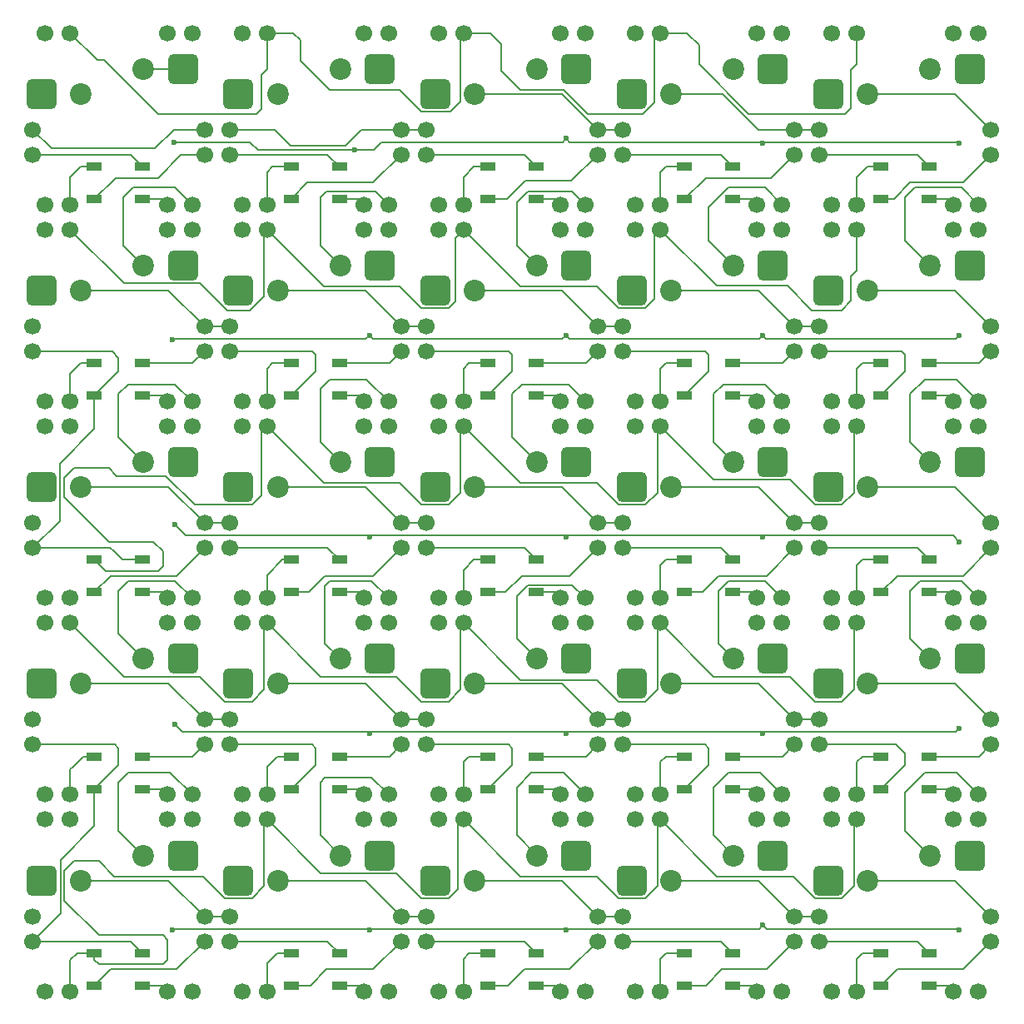
<source format=gbr>
%TF.GenerationSoftware,KiCad,Pcbnew,9.0.0*%
%TF.CreationDate,2025-05-01T22:13:03+08:00*%
%TF.ProjectId,kbd5x5,6b626435-7835-42e6-9b69-6361645f7063,rev?*%
%TF.SameCoordinates,Original*%
%TF.FileFunction,Copper,L1,Top*%
%TF.FilePolarity,Positive*%
%FSLAX46Y46*%
G04 Gerber Fmt 4.6, Leading zero omitted, Abs format (unit mm)*
G04 Created by KiCad (PCBNEW 9.0.0) date 2025-05-01 22:13:03*
%MOMM*%
%LPD*%
G01*
G04 APERTURE LIST*
G04 Aperture macros list*
%AMRoundRect*
0 Rectangle with rounded corners*
0 $1 Rounding radius*
0 $2 $3 $4 $5 $6 $7 $8 $9 X,Y pos of 4 corners*
0 Add a 4 corners polygon primitive as box body*
4,1,4,$2,$3,$4,$5,$6,$7,$8,$9,$2,$3,0*
0 Add four circle primitives for the rounded corners*
1,1,$1+$1,$2,$3*
1,1,$1+$1,$4,$5*
1,1,$1+$1,$6,$7*
1,1,$1+$1,$8,$9*
0 Add four rect primitives between the rounded corners*
20,1,$1+$1,$2,$3,$4,$5,0*
20,1,$1+$1,$4,$5,$6,$7,0*
20,1,$1+$1,$6,$7,$8,$9,0*
20,1,$1+$1,$8,$9,$2,$3,0*%
G04 Aperture macros list end*
%TA.AperFunction,ComponentPad*%
%ADD10C,1.700000*%
%TD*%
%TA.AperFunction,ComponentPad*%
%ADD11RoundRect,0.450000X-1.050000X-1.050000X1.050000X-1.050000X1.050000X1.050000X-1.050000X1.050000X0*%
%TD*%
%TA.AperFunction,ComponentPad*%
%ADD12C,2.200000*%
%TD*%
%TA.AperFunction,SMDPad,CuDef*%
%ADD13RoundRect,0.090000X-0.660000X-0.360000X0.660000X-0.360000X0.660000X0.360000X-0.660000X0.360000X0*%
%TD*%
%TA.AperFunction,ViaPad*%
%ADD14C,0.600000*%
%TD*%
%TA.AperFunction,Conductor*%
%ADD15C,0.200000*%
%TD*%
G04 APERTURE END LIST*
D10*
%TO.P,SW1,1,1*%
%TO.N,Net-(SW1-Pad1)*%
X31270000Y-41110000D03*
D11*
X32190000Y-37460000D03*
D12*
X36190000Y-37460000D03*
D10*
X48730000Y-41110000D03*
D12*
%TO.P,SW1,2,2*%
%TO.N,Net-(SW1-Pad2)*%
X42540000Y-34920000D03*
D11*
X46540000Y-34920000D03*
D10*
X47460000Y-31270000D03*
X47460000Y-48730000D03*
%TO.P,SW1,3,3*%
%TO.N,Net-(D1-DIN)*%
X31270000Y-43650000D03*
%TO.P,SW1,4,4*%
%TO.N,Net-(D1-DOUT)*%
X48730000Y-43650000D03*
%TO.P,SW1,5,5*%
%TO.N,VCC*%
X35080000Y-31270000D03*
X35080000Y-48730000D03*
%TO.P,SW1,6,6*%
%TO.N,GND*%
X44920000Y-31270000D03*
X44920000Y-48730000D03*
%TO.P,SW1,7*%
%TO.N,N/C*%
X32540000Y-31270000D03*
X32540000Y-48730000D03*
%TD*%
%TO.P,SW22,1,1*%
%TO.N,Net-(SW12-Pad1)*%
X111270000Y-61110000D03*
D11*
X112190000Y-57460000D03*
D12*
X116190000Y-57460000D03*
D10*
X128730000Y-61110000D03*
D12*
%TO.P,SW22,2,2*%
%TO.N,Net-(SW21-Pad2)*%
X122540000Y-54920000D03*
D11*
X126540000Y-54920000D03*
D10*
X127460000Y-51270000D03*
X127460000Y-68730000D03*
%TO.P,SW22,3,3*%
%TO.N,Net-(D17-DIN)*%
X111270000Y-63650000D03*
%TO.P,SW22,4,4*%
%TO.N,Net-(D21-DOUT)*%
X128730000Y-63650000D03*
%TO.P,SW22,5,5*%
%TO.N,VCC*%
X115080000Y-51270000D03*
X115080000Y-68730000D03*
%TO.P,SW22,6,6*%
%TO.N,GND*%
X124920000Y-51270000D03*
X124920000Y-68730000D03*
%TO.P,SW22,7*%
%TO.N,N/C*%
X112540000Y-51270000D03*
X112540000Y-68730000D03*
%TD*%
%TO.P,SW17,1,1*%
%TO.N,Net-(SW12-Pad1)*%
X91270000Y-61110000D03*
D11*
X92190000Y-57460000D03*
D12*
X96190000Y-57460000D03*
D10*
X108730000Y-61110000D03*
D12*
%TO.P,SW17,2,2*%
%TO.N,Net-(SW16-Pad2)*%
X102540000Y-54920000D03*
D11*
X106540000Y-54920000D03*
D10*
X107460000Y-51270000D03*
X107460000Y-68730000D03*
%TO.P,SW17,3,3*%
%TO.N,Net-(D12-DIN)*%
X91270000Y-63650000D03*
%TO.P,SW17,4,4*%
%TO.N,Net-(D17-DIN)*%
X108730000Y-63650000D03*
%TO.P,SW17,5,5*%
%TO.N,VCC*%
X95080000Y-51270000D03*
X95080000Y-68730000D03*
%TO.P,SW17,6,6*%
%TO.N,GND*%
X104920000Y-51270000D03*
X104920000Y-68730000D03*
%TO.P,SW17,7*%
%TO.N,N/C*%
X92540000Y-51270000D03*
X92540000Y-68730000D03*
%TD*%
%TO.P,SW18,1,1*%
%TO.N,Net-(SW13-Pad1)*%
X91270000Y-81110000D03*
D11*
X92190000Y-77460000D03*
D12*
X96190000Y-77460000D03*
D10*
X108730000Y-81110000D03*
D12*
%TO.P,SW18,2,2*%
%TO.N,Net-(SW16-Pad2)*%
X102540000Y-74920000D03*
D11*
X106540000Y-74920000D03*
D10*
X107460000Y-71270000D03*
X107460000Y-88730000D03*
%TO.P,SW18,3,3*%
%TO.N,Net-(D13-DOUT)*%
X91270000Y-83650000D03*
%TO.P,SW18,4,4*%
%TO.N,Net-(D18-DOUT)*%
X108730000Y-83650000D03*
%TO.P,SW18,5,5*%
%TO.N,VCC*%
X95080000Y-71270000D03*
X95080000Y-88730000D03*
%TO.P,SW18,6,6*%
%TO.N,GND*%
X104920000Y-71270000D03*
X104920000Y-88730000D03*
%TO.P,SW18,7*%
%TO.N,N/C*%
X92540000Y-71270000D03*
X92540000Y-88730000D03*
%TD*%
D13*
%TO.P,D10,1,VDD*%
%TO.N,VCC*%
X57550000Y-124850000D03*
%TO.P,D10,2,DOUT*%
%TO.N,Net-(D10-DOUT)*%
X57550000Y-128150000D03*
%TO.P,D10,3,VSS*%
%TO.N,GND*%
X62450000Y-128150000D03*
%TO.P,D10,4,DIN*%
%TO.N,Net-(D10-DIN)*%
X62450000Y-124850000D03*
%TD*%
%TO.P,D25,1,VDD*%
%TO.N,VCC*%
X117550000Y-124850000D03*
%TO.P,D25,2,DOUT*%
%TO.N,Net-(D25-DOUT)*%
X117550000Y-128150000D03*
%TO.P,D25,3,VSS*%
%TO.N,GND*%
X122450000Y-128150000D03*
%TO.P,D25,4,DIN*%
%TO.N,Net-(D20-DOUT)*%
X122450000Y-124850000D03*
%TD*%
%TO.P,D3,1,VDD*%
%TO.N,VCC*%
X37550000Y-84850000D03*
%TO.P,D3,2,DOUT*%
%TO.N,Net-(D3-DOUT)*%
X37550000Y-88150000D03*
%TO.P,D3,3,VSS*%
%TO.N,GND*%
X42450000Y-88150000D03*
%TO.P,D3,4,DIN*%
%TO.N,Net-(D2-DOUT)*%
X42450000Y-84850000D03*
%TD*%
D10*
%TO.P,SW16,1,1*%
%TO.N,Net-(SW1-Pad1)*%
X91270000Y-41110000D03*
D11*
X92190000Y-37460000D03*
D12*
X96190000Y-37460000D03*
D10*
X108730000Y-41110000D03*
D12*
%TO.P,SW16,2,2*%
%TO.N,Net-(SW16-Pad2)*%
X102540000Y-34920000D03*
D11*
X106540000Y-34920000D03*
D10*
X107460000Y-31270000D03*
X107460000Y-48730000D03*
%TO.P,SW16,3,3*%
%TO.N,Net-(D11-DOUT)*%
X91270000Y-43650000D03*
%TO.P,SW16,4,4*%
%TO.N,Net-(D16-DOUT)*%
X108730000Y-43650000D03*
%TO.P,SW16,5,5*%
%TO.N,VCC*%
X95080000Y-31270000D03*
X95080000Y-48730000D03*
%TO.P,SW16,6,6*%
%TO.N,GND*%
X104920000Y-31270000D03*
X104920000Y-48730000D03*
%TO.P,SW16,7*%
%TO.N,N/C*%
X92540000Y-31270000D03*
X92540000Y-48730000D03*
%TD*%
D13*
%TO.P,D20,1,VDD*%
%TO.N,VCC*%
X97550000Y-124850000D03*
%TO.P,D20,2,DOUT*%
%TO.N,Net-(D20-DOUT)*%
X97550000Y-128150000D03*
%TO.P,D20,3,VSS*%
%TO.N,GND*%
X102450000Y-128150000D03*
%TO.P,D20,4,DIN*%
%TO.N,Net-(D15-DOUT)*%
X102450000Y-124850000D03*
%TD*%
%TO.P,D11,1,VDD*%
%TO.N,VCC*%
X77550000Y-44850000D03*
%TO.P,D11,2,DOUT*%
%TO.N,Net-(D11-DOUT)*%
X77550000Y-48150000D03*
%TO.P,D11,3,VSS*%
%TO.N,GND*%
X82450000Y-48150000D03*
%TO.P,D11,4,DIN*%
%TO.N,Net-(D11-DIN)*%
X82450000Y-44850000D03*
%TD*%
D10*
%TO.P,SW25,1,1*%
%TO.N,Net-(SW10-Pad1)*%
X111270000Y-121110000D03*
D11*
X112190000Y-117460000D03*
D12*
X116190000Y-117460000D03*
D10*
X128730000Y-121110000D03*
D12*
%TO.P,SW25,2,2*%
%TO.N,Net-(SW21-Pad2)*%
X122540000Y-114920000D03*
D11*
X126540000Y-114920000D03*
D10*
X127460000Y-111270000D03*
X127460000Y-128730000D03*
%TO.P,SW25,3,3*%
%TO.N,Net-(D20-DOUT)*%
X111270000Y-123650000D03*
%TO.P,SW25,4,4*%
%TO.N,Net-(D25-DOUT)*%
X128730000Y-123650000D03*
%TO.P,SW25,5,5*%
%TO.N,VCC*%
X115080000Y-111270000D03*
X115080000Y-128730000D03*
%TO.P,SW25,6,6*%
%TO.N,GND*%
X124920000Y-111270000D03*
X124920000Y-128730000D03*
%TO.P,SW25,7*%
%TO.N,N/C*%
X112540000Y-111270000D03*
X112540000Y-128730000D03*
%TD*%
D13*
%TO.P,D6,1,VDD*%
%TO.N,VCC*%
X57550000Y-44850000D03*
%TO.P,D6,2,DOUT*%
%TO.N,Net-(D11-DIN)*%
X57550000Y-48150000D03*
%TO.P,D6,3,VSS*%
%TO.N,GND*%
X62450000Y-48150000D03*
%TO.P,D6,4,DIN*%
%TO.N,Net-(D1-DOUT)*%
X62450000Y-44850000D03*
%TD*%
%TO.P,D1,1,VDD*%
%TO.N,VCC*%
X37550000Y-44850000D03*
%TO.P,D1,2,DOUT*%
%TO.N,Net-(D1-DOUT)*%
X37550000Y-48150000D03*
%TO.P,D1,3,VSS*%
%TO.N,GND*%
X42450000Y-48150000D03*
%TO.P,D1,4,DIN*%
%TO.N,Net-(D1-DIN)*%
X42450000Y-44850000D03*
%TD*%
%TO.P,D18,1,VDD*%
%TO.N,VCC*%
X97550000Y-84850000D03*
%TO.P,D18,2,DOUT*%
%TO.N,Net-(D18-DOUT)*%
X97550000Y-88150000D03*
%TO.P,D18,3,VSS*%
%TO.N,GND*%
X102450000Y-88150000D03*
%TO.P,D18,4,DIN*%
%TO.N,Net-(D13-DOUT)*%
X102450000Y-84850000D03*
%TD*%
%TO.P,D19,1,VDD*%
%TO.N,VCC*%
X97550000Y-104850000D03*
%TO.P,D19,2,DOUT*%
%TO.N,Net-(D14-DIN)*%
X97550000Y-108150000D03*
%TO.P,D19,3,VSS*%
%TO.N,GND*%
X102450000Y-108150000D03*
%TO.P,D19,4,DIN*%
%TO.N,Net-(D19-DIN)*%
X102450000Y-104850000D03*
%TD*%
%TO.P,D4,1,VDD*%
%TO.N,VCC*%
X37550000Y-104850000D03*
%TO.P,D4,2,DOUT*%
%TO.N,Net-(D4-DOUT)*%
X37550000Y-108150000D03*
%TO.P,D4,3,VSS*%
%TO.N,GND*%
X42450000Y-108150000D03*
%TO.P,D4,4,DIN*%
%TO.N,Net-(D4-DIN)*%
X42450000Y-104850000D03*
%TD*%
%TO.P,D8,1,VDD*%
%TO.N,VCC*%
X57550000Y-84850000D03*
%TO.P,D8,2,DOUT*%
%TO.N,Net-(D13-DIN)*%
X57550000Y-88150000D03*
%TO.P,D8,3,VSS*%
%TO.N,GND*%
X62450000Y-88150000D03*
%TO.P,D8,4,DIN*%
%TO.N,Net-(D3-DOUT)*%
X62450000Y-84850000D03*
%TD*%
%TO.P,D7,1,VDD*%
%TO.N,VCC*%
X57550000Y-64850000D03*
%TO.P,D7,2,DOUT*%
%TO.N,Net-(D2-DIN)*%
X57550000Y-68150000D03*
%TO.P,D7,3,VSS*%
%TO.N,GND*%
X62450000Y-68150000D03*
%TO.P,D7,4,DIN*%
%TO.N,Net-(D12-DOUT)*%
X62450000Y-64850000D03*
%TD*%
%TO.P,D5,1,VDD*%
%TO.N,VCC*%
X37550000Y-124850000D03*
%TO.P,D5,2,DOUT*%
%TO.N,Net-(D10-DIN)*%
X37550000Y-128150000D03*
%TO.P,D5,3,VSS*%
%TO.N,GND*%
X42450000Y-128150000D03*
%TO.P,D5,4,DIN*%
%TO.N,Net-(D4-DOUT)*%
X42450000Y-124850000D03*
%TD*%
%TO.P,D14,1,VDD*%
%TO.N,VCC*%
X77550000Y-104850000D03*
%TO.P,D14,2,DOUT*%
%TO.N,Net-(D14-DOUT)*%
X77550000Y-108150000D03*
%TO.P,D14,3,VSS*%
%TO.N,GND*%
X82450000Y-108150000D03*
%TO.P,D14,4,DIN*%
%TO.N,Net-(D14-DIN)*%
X82450000Y-104850000D03*
%TD*%
D10*
%TO.P,SW4,1,1*%
%TO.N,Net-(SW14-Pad1)*%
X31270000Y-101110000D03*
D11*
X32190000Y-97460000D03*
D12*
X36190000Y-97460000D03*
D10*
X48730000Y-101110000D03*
D12*
%TO.P,SW4,2,2*%
%TO.N,Net-(SW1-Pad2)*%
X42540000Y-94920000D03*
D11*
X46540000Y-94920000D03*
D10*
X47460000Y-91270000D03*
X47460000Y-108730000D03*
%TO.P,SW4,3,3*%
%TO.N,Net-(D4-DOUT)*%
X31270000Y-103650000D03*
%TO.P,SW4,4,4*%
%TO.N,Net-(D4-DIN)*%
X48730000Y-103650000D03*
%TO.P,SW4,5,5*%
%TO.N,VCC*%
X35080000Y-91270000D03*
X35080000Y-108730000D03*
%TO.P,SW4,6,6*%
%TO.N,GND*%
X44920000Y-91270000D03*
X44920000Y-108730000D03*
%TO.P,SW4,7*%
%TO.N,N/C*%
X32540000Y-91270000D03*
X32540000Y-108730000D03*
%TD*%
%TO.P,SW23,1,1*%
%TO.N,Net-(SW13-Pad1)*%
X111270000Y-81110000D03*
D11*
X112190000Y-77460000D03*
D12*
X116190000Y-77460000D03*
D10*
X128730000Y-81110000D03*
D12*
%TO.P,SW23,2,2*%
%TO.N,Net-(SW21-Pad2)*%
X122540000Y-74920000D03*
D11*
X126540000Y-74920000D03*
D10*
X127460000Y-71270000D03*
X127460000Y-88730000D03*
%TO.P,SW23,3,3*%
%TO.N,Net-(D18-DOUT)*%
X111270000Y-83650000D03*
%TO.P,SW23,4,4*%
%TO.N,Net-(D23-DOUT)*%
X128730000Y-83650000D03*
%TO.P,SW23,5,5*%
%TO.N,VCC*%
X115080000Y-71270000D03*
X115080000Y-88730000D03*
%TO.P,SW23,6,6*%
%TO.N,GND*%
X124920000Y-71270000D03*
X124920000Y-88730000D03*
%TO.P,SW23,7*%
%TO.N,N/C*%
X112540000Y-71270000D03*
X112540000Y-88730000D03*
%TD*%
%TO.P,SW12,1,1*%
%TO.N,Net-(SW12-Pad1)*%
X71270000Y-61110000D03*
D11*
X72190000Y-57460000D03*
D12*
X76190000Y-57460000D03*
D10*
X88730000Y-61110000D03*
D12*
%TO.P,SW12,2,2*%
%TO.N,Net-(SW11-Pad2)*%
X82540000Y-54920000D03*
D11*
X86540000Y-54920000D03*
D10*
X87460000Y-51270000D03*
X87460000Y-68730000D03*
%TO.P,SW12,3,3*%
%TO.N,Net-(D12-DOUT)*%
X71270000Y-63650000D03*
%TO.P,SW12,4,4*%
%TO.N,Net-(D12-DIN)*%
X88730000Y-63650000D03*
%TO.P,SW12,5,5*%
%TO.N,VCC*%
X75080000Y-51270000D03*
X75080000Y-68730000D03*
%TO.P,SW12,6,6*%
%TO.N,GND*%
X84920000Y-51270000D03*
X84920000Y-68730000D03*
%TO.P,SW12,7*%
%TO.N,N/C*%
X72540000Y-51270000D03*
X72540000Y-68730000D03*
%TD*%
D13*
%TO.P,D9,1,VDD*%
%TO.N,VCC*%
X57550000Y-104850000D03*
%TO.P,D9,2,DOUT*%
%TO.N,Net-(D4-DIN)*%
X57550000Y-108150000D03*
%TO.P,D9,3,VSS*%
%TO.N,GND*%
X62450000Y-108150000D03*
%TO.P,D9,4,DIN*%
%TO.N,Net-(D14-DOUT)*%
X62450000Y-104850000D03*
%TD*%
%TO.P,D15,1,VDD*%
%TO.N,VCC*%
X77550000Y-124850000D03*
%TO.P,D15,2,DOUT*%
%TO.N,Net-(D15-DOUT)*%
X77550000Y-128150000D03*
%TO.P,D15,3,VSS*%
%TO.N,GND*%
X82450000Y-128150000D03*
%TO.P,D15,4,DIN*%
%TO.N,Net-(D10-DOUT)*%
X82450000Y-124850000D03*
%TD*%
%TO.P,D12,1,VDD*%
%TO.N,VCC*%
X77550000Y-64850000D03*
%TO.P,D12,2,DOUT*%
%TO.N,Net-(D12-DOUT)*%
X77550000Y-68150000D03*
%TO.P,D12,3,VSS*%
%TO.N,GND*%
X82450000Y-68150000D03*
%TO.P,D12,4,DIN*%
%TO.N,Net-(D12-DIN)*%
X82450000Y-64850000D03*
%TD*%
%TO.P,D13,1,VDD*%
%TO.N,VCC*%
X77550000Y-84850000D03*
%TO.P,D13,2,DOUT*%
%TO.N,Net-(D13-DOUT)*%
X77550000Y-88150000D03*
%TO.P,D13,3,VSS*%
%TO.N,GND*%
X82450000Y-88150000D03*
%TO.P,D13,4,DIN*%
%TO.N,Net-(D13-DIN)*%
X82450000Y-84850000D03*
%TD*%
%TO.P,D17,1,VDD*%
%TO.N,VCC*%
X97550000Y-64850000D03*
%TO.P,D17,2,DOUT*%
%TO.N,Net-(D12-DIN)*%
X97550000Y-68150000D03*
%TO.P,D17,3,VSS*%
%TO.N,GND*%
X102450000Y-68150000D03*
%TO.P,D17,4,DIN*%
%TO.N,Net-(D17-DIN)*%
X102450000Y-64850000D03*
%TD*%
%TO.P,D21,1,VDD*%
%TO.N,VCC*%
X117550000Y-44850000D03*
%TO.P,D21,2,DOUT*%
%TO.N,Net-(D21-DOUT)*%
X117550000Y-48150000D03*
%TO.P,D21,3,VSS*%
%TO.N,GND*%
X122450000Y-48150000D03*
%TO.P,D21,4,DIN*%
%TO.N,Net-(D16-DOUT)*%
X122450000Y-44850000D03*
%TD*%
D10*
%TO.P,SW5,1,1*%
%TO.N,Net-(SW10-Pad1)*%
X31270000Y-121110000D03*
D11*
X32190000Y-117460000D03*
D12*
X36190000Y-117460000D03*
D10*
X48730000Y-121110000D03*
D12*
%TO.P,SW5,2,2*%
%TO.N,Net-(SW1-Pad2)*%
X42540000Y-114920000D03*
D11*
X46540000Y-114920000D03*
D10*
X47460000Y-111270000D03*
X47460000Y-128730000D03*
%TO.P,SW5,3,3*%
%TO.N,Net-(D4-DOUT)*%
X31270000Y-123650000D03*
%TO.P,SW5,4,4*%
%TO.N,Net-(D10-DIN)*%
X48730000Y-123650000D03*
%TO.P,SW5,5,5*%
%TO.N,VCC*%
X35080000Y-111270000D03*
X35080000Y-128730000D03*
%TO.P,SW5,6,6*%
%TO.N,GND*%
X44920000Y-111270000D03*
X44920000Y-128730000D03*
%TO.P,SW5,7*%
%TO.N,N/C*%
X32540000Y-111270000D03*
X32540000Y-128730000D03*
%TD*%
%TO.P,SW10,1,1*%
%TO.N,Net-(SW10-Pad1)*%
X51270000Y-121110000D03*
D11*
X52190000Y-117460000D03*
D12*
X56190000Y-117460000D03*
D10*
X68730000Y-121110000D03*
D12*
%TO.P,SW10,2,2*%
%TO.N,Net-(SW10-Pad2)*%
X62540000Y-114920000D03*
D11*
X66540000Y-114920000D03*
D10*
X67460000Y-111270000D03*
X67460000Y-128730000D03*
%TO.P,SW10,3,3*%
%TO.N,Net-(D10-DIN)*%
X51270000Y-123650000D03*
%TO.P,SW10,4,4*%
%TO.N,Net-(D10-DOUT)*%
X68730000Y-123650000D03*
%TO.P,SW10,5,5*%
%TO.N,VCC*%
X55080000Y-111270000D03*
X55080000Y-128730000D03*
%TO.P,SW10,6,6*%
%TO.N,GND*%
X64920000Y-111270000D03*
X64920000Y-128730000D03*
%TO.P,SW10,7*%
%TO.N,N/C*%
X52540000Y-111270000D03*
X52540000Y-128730000D03*
%TD*%
%TO.P,SW15,1,1*%
%TO.N,Net-(SW10-Pad1)*%
X71270000Y-121110000D03*
D11*
X72190000Y-117460000D03*
D12*
X76190000Y-117460000D03*
D10*
X88730000Y-121110000D03*
D12*
%TO.P,SW15,2,2*%
%TO.N,Net-(SW11-Pad2)*%
X82540000Y-114920000D03*
D11*
X86540000Y-114920000D03*
D10*
X87460000Y-111270000D03*
X87460000Y-128730000D03*
%TO.P,SW15,3,3*%
%TO.N,Net-(D10-DOUT)*%
X71270000Y-123650000D03*
%TO.P,SW15,4,4*%
%TO.N,Net-(D15-DOUT)*%
X88730000Y-123650000D03*
%TO.P,SW15,5,5*%
%TO.N,VCC*%
X75080000Y-111270000D03*
X75080000Y-128730000D03*
%TO.P,SW15,6,6*%
%TO.N,GND*%
X84920000Y-111270000D03*
X84920000Y-128730000D03*
%TO.P,SW15,7*%
%TO.N,N/C*%
X72540000Y-111270000D03*
X72540000Y-128730000D03*
%TD*%
D13*
%TO.P,D24,1,VDD*%
%TO.N,VCC*%
X117550000Y-104850000D03*
%TO.P,D24,2,DOUT*%
%TO.N,Net-(D19-DIN)*%
X117550000Y-108150000D03*
%TO.P,D24,3,VSS*%
%TO.N,GND*%
X122450000Y-108150000D03*
%TO.P,D24,4,DIN*%
%TO.N,Net-(D23-DOUT)*%
X122450000Y-104850000D03*
%TD*%
%TO.P,D22,1,VDD*%
%TO.N,VCC*%
X117550000Y-64850000D03*
%TO.P,D22,2,DOUT*%
%TO.N,Net-(D17-DIN)*%
X117550000Y-68150000D03*
%TO.P,D22,3,VSS*%
%TO.N,GND*%
X122450000Y-68150000D03*
%TO.P,D22,4,DIN*%
%TO.N,Net-(D21-DOUT)*%
X122450000Y-64850000D03*
%TD*%
D10*
%TO.P,SW7,1,1*%
%TO.N,Net-(SW12-Pad1)*%
X51270000Y-61110000D03*
D11*
X52190000Y-57460000D03*
D12*
X56190000Y-57460000D03*
D10*
X68730000Y-61110000D03*
D12*
%TO.P,SW7,2,2*%
%TO.N,Net-(SW10-Pad2)*%
X62540000Y-54920000D03*
D11*
X66540000Y-54920000D03*
D10*
X67460000Y-51270000D03*
X67460000Y-68730000D03*
%TO.P,SW7,3,3*%
%TO.N,Net-(D2-DIN)*%
X51270000Y-63650000D03*
%TO.P,SW7,4,4*%
%TO.N,Net-(D12-DOUT)*%
X68730000Y-63650000D03*
%TO.P,SW7,5,5*%
%TO.N,VCC*%
X55080000Y-51270000D03*
X55080000Y-68730000D03*
%TO.P,SW7,6,6*%
%TO.N,GND*%
X64920000Y-51270000D03*
X64920000Y-68730000D03*
%TO.P,SW7,7*%
%TO.N,N/C*%
X52540000Y-51270000D03*
X52540000Y-68730000D03*
%TD*%
%TO.P,SW3,1,1*%
%TO.N,Net-(SW13-Pad1)*%
X31270000Y-81110000D03*
D11*
X32190000Y-77460000D03*
D12*
X36190000Y-77460000D03*
D10*
X48730000Y-81110000D03*
D12*
%TO.P,SW3,2,2*%
%TO.N,Net-(SW1-Pad2)*%
X42540000Y-74920000D03*
D11*
X46540000Y-74920000D03*
D10*
X47460000Y-71270000D03*
X47460000Y-88730000D03*
%TO.P,SW3,3,3*%
%TO.N,Net-(D2-DOUT)*%
X31270000Y-83650000D03*
%TO.P,SW3,4,4*%
%TO.N,Net-(D3-DOUT)*%
X48730000Y-83650000D03*
%TO.P,SW3,5,5*%
%TO.N,VCC*%
X35080000Y-71270000D03*
X35080000Y-88730000D03*
%TO.P,SW3,6,6*%
%TO.N,GND*%
X44920000Y-71270000D03*
X44920000Y-88730000D03*
%TO.P,SW3,7*%
%TO.N,N/C*%
X32540000Y-71270000D03*
X32540000Y-88730000D03*
%TD*%
D13*
%TO.P,D16,1,VDD*%
%TO.N,VCC*%
X97550000Y-44850000D03*
%TO.P,D16,2,DOUT*%
%TO.N,Net-(D16-DOUT)*%
X97550000Y-48150000D03*
%TO.P,D16,3,VSS*%
%TO.N,GND*%
X102450000Y-48150000D03*
%TO.P,D16,4,DIN*%
%TO.N,Net-(D11-DOUT)*%
X102450000Y-44850000D03*
%TD*%
%TO.P,D2,1,VDD*%
%TO.N,VCC*%
X37550000Y-64850000D03*
%TO.P,D2,2,DOUT*%
%TO.N,Net-(D2-DOUT)*%
X37550000Y-68150000D03*
%TO.P,D2,3,VSS*%
%TO.N,GND*%
X42450000Y-68150000D03*
%TO.P,D2,4,DIN*%
%TO.N,Net-(D2-DIN)*%
X42450000Y-64850000D03*
%TD*%
%TO.P,D23,1,VDD*%
%TO.N,VCC*%
X117550000Y-84850000D03*
%TO.P,D23,2,DOUT*%
%TO.N,Net-(D23-DOUT)*%
X117550000Y-88150000D03*
%TO.P,D23,3,VSS*%
%TO.N,GND*%
X122450000Y-88150000D03*
%TO.P,D23,4,DIN*%
%TO.N,Net-(D18-DOUT)*%
X122450000Y-84850000D03*
%TD*%
D10*
%TO.P,SW11,1,1*%
%TO.N,Net-(SW1-Pad1)*%
X71270000Y-41110000D03*
D11*
X72190000Y-37460000D03*
D12*
X76190000Y-37460000D03*
D10*
X88730000Y-41110000D03*
D12*
%TO.P,SW11,2,2*%
%TO.N,Net-(SW11-Pad2)*%
X82540000Y-34920000D03*
D11*
X86540000Y-34920000D03*
D10*
X87460000Y-31270000D03*
X87460000Y-48730000D03*
%TO.P,SW11,3,3*%
%TO.N,Net-(D11-DIN)*%
X71270000Y-43650000D03*
%TO.P,SW11,4,4*%
%TO.N,Net-(D11-DOUT)*%
X88730000Y-43650000D03*
%TO.P,SW11,5,5*%
%TO.N,VCC*%
X75080000Y-31270000D03*
X75080000Y-48730000D03*
%TO.P,SW11,6,6*%
%TO.N,GND*%
X84920000Y-31270000D03*
X84920000Y-48730000D03*
%TO.P,SW11,7*%
%TO.N,N/C*%
X72540000Y-31270000D03*
X72540000Y-48730000D03*
%TD*%
%TO.P,SW20,1,1*%
%TO.N,Net-(SW10-Pad1)*%
X91270000Y-121110000D03*
D11*
X92190000Y-117460000D03*
D12*
X96190000Y-117460000D03*
D10*
X108730000Y-121110000D03*
D12*
%TO.P,SW20,2,2*%
%TO.N,Net-(SW16-Pad2)*%
X102540000Y-114920000D03*
D11*
X106540000Y-114920000D03*
D10*
X107460000Y-111270000D03*
X107460000Y-128730000D03*
%TO.P,SW20,3,3*%
%TO.N,Net-(D15-DOUT)*%
X91270000Y-123650000D03*
%TO.P,SW20,4,4*%
%TO.N,Net-(D20-DOUT)*%
X108730000Y-123650000D03*
%TO.P,SW20,5,5*%
%TO.N,VCC*%
X95080000Y-111270000D03*
X95080000Y-128730000D03*
%TO.P,SW20,6,6*%
%TO.N,GND*%
X104920000Y-111270000D03*
X104920000Y-128730000D03*
%TO.P,SW20,7*%
%TO.N,N/C*%
X92540000Y-111270000D03*
X92540000Y-128730000D03*
%TD*%
%TO.P,SW21,1,1*%
%TO.N,Net-(SW1-Pad1)*%
X111270000Y-41110000D03*
D11*
X112190000Y-37460000D03*
D12*
X116190000Y-37460000D03*
D10*
X128730000Y-41110000D03*
D12*
%TO.P,SW21,2,2*%
%TO.N,Net-(SW21-Pad2)*%
X122540000Y-34920000D03*
D11*
X126540000Y-34920000D03*
D10*
X127460000Y-31270000D03*
X127460000Y-48730000D03*
%TO.P,SW21,3,3*%
%TO.N,Net-(D16-DOUT)*%
X111270000Y-43650000D03*
%TO.P,SW21,4,4*%
%TO.N,Net-(D21-DOUT)*%
X128730000Y-43650000D03*
%TO.P,SW21,5,5*%
%TO.N,VCC*%
X115080000Y-31270000D03*
X115080000Y-48730000D03*
%TO.P,SW21,6,6*%
%TO.N,GND*%
X124920000Y-31270000D03*
X124920000Y-48730000D03*
%TO.P,SW21,7*%
%TO.N,N/C*%
X112540000Y-31270000D03*
X112540000Y-48730000D03*
%TD*%
%TO.P,SW2,1,1*%
%TO.N,Net-(SW12-Pad1)*%
X31270000Y-61110000D03*
D11*
X32190000Y-57460000D03*
D12*
X36190000Y-57460000D03*
D10*
X48730000Y-61110000D03*
D12*
%TO.P,SW2,2,2*%
%TO.N,Net-(SW1-Pad2)*%
X42540000Y-54920000D03*
D11*
X46540000Y-54920000D03*
D10*
X47460000Y-51270000D03*
X47460000Y-68730000D03*
%TO.P,SW2,3,3*%
%TO.N,Net-(D2-DOUT)*%
X31270000Y-63650000D03*
%TO.P,SW2,4,4*%
%TO.N,Net-(D2-DIN)*%
X48730000Y-63650000D03*
%TO.P,SW2,5,5*%
%TO.N,VCC*%
X35080000Y-51270000D03*
X35080000Y-68730000D03*
%TO.P,SW2,6,6*%
%TO.N,GND*%
X44920000Y-51270000D03*
X44920000Y-68730000D03*
%TO.P,SW2,7*%
%TO.N,N/C*%
X32540000Y-51270000D03*
X32540000Y-68730000D03*
%TD*%
%TO.P,SW6,1,1*%
%TO.N,Net-(SW1-Pad1)*%
X51270000Y-41110000D03*
D11*
X52190000Y-37460000D03*
D12*
X56190000Y-37460000D03*
D10*
X68730000Y-41110000D03*
D12*
%TO.P,SW6,2,2*%
%TO.N,Net-(SW10-Pad2)*%
X62540000Y-34920000D03*
D11*
X66540000Y-34920000D03*
D10*
X67460000Y-31270000D03*
X67460000Y-48730000D03*
%TO.P,SW6,3,3*%
%TO.N,Net-(D1-DOUT)*%
X51270000Y-43650000D03*
%TO.P,SW6,4,4*%
%TO.N,Net-(D11-DIN)*%
X68730000Y-43650000D03*
%TO.P,SW6,5,5*%
%TO.N,VCC*%
X55080000Y-31270000D03*
X55080000Y-48730000D03*
%TO.P,SW6,6,6*%
%TO.N,GND*%
X64920000Y-31270000D03*
X64920000Y-48730000D03*
%TO.P,SW6,7*%
%TO.N,N/C*%
X52540000Y-31270000D03*
X52540000Y-48730000D03*
%TD*%
%TO.P,SW9,1,1*%
%TO.N,Net-(SW14-Pad1)*%
X51270000Y-101110000D03*
D11*
X52190000Y-97460000D03*
D12*
X56190000Y-97460000D03*
D10*
X68730000Y-101110000D03*
D12*
%TO.P,SW9,2,2*%
%TO.N,Net-(SW10-Pad2)*%
X62540000Y-94920000D03*
D11*
X66540000Y-94920000D03*
D10*
X67460000Y-91270000D03*
X67460000Y-108730000D03*
%TO.P,SW9,3,3*%
%TO.N,Net-(D4-DIN)*%
X51270000Y-103650000D03*
%TO.P,SW9,4,4*%
%TO.N,Net-(D14-DOUT)*%
X68730000Y-103650000D03*
%TO.P,SW9,5,5*%
%TO.N,VCC*%
X55080000Y-91270000D03*
X55080000Y-108730000D03*
%TO.P,SW9,6,6*%
%TO.N,GND*%
X64920000Y-91270000D03*
X64920000Y-108730000D03*
%TO.P,SW9,7*%
%TO.N,N/C*%
X52540000Y-91270000D03*
X52540000Y-108730000D03*
%TD*%
%TO.P,SW13,1,1*%
%TO.N,Net-(SW13-Pad1)*%
X71270000Y-81110000D03*
D11*
X72190000Y-77460000D03*
D12*
X76190000Y-77460000D03*
D10*
X88730000Y-81110000D03*
D12*
%TO.P,SW13,2,2*%
%TO.N,Net-(SW11-Pad2)*%
X82540000Y-74920000D03*
D11*
X86540000Y-74920000D03*
D10*
X87460000Y-71270000D03*
X87460000Y-88730000D03*
%TO.P,SW13,3,3*%
%TO.N,Net-(D13-DIN)*%
X71270000Y-83650000D03*
%TO.P,SW13,4,4*%
%TO.N,Net-(D13-DOUT)*%
X88730000Y-83650000D03*
%TO.P,SW13,5,5*%
%TO.N,VCC*%
X75080000Y-71270000D03*
X75080000Y-88730000D03*
%TO.P,SW13,6,6*%
%TO.N,GND*%
X84920000Y-71270000D03*
X84920000Y-88730000D03*
%TO.P,SW13,7*%
%TO.N,N/C*%
X72540000Y-71270000D03*
X72540000Y-88730000D03*
%TD*%
%TO.P,SW14,1,1*%
%TO.N,Net-(SW14-Pad1)*%
X71270000Y-101110000D03*
D11*
X72190000Y-97460000D03*
D12*
X76190000Y-97460000D03*
D10*
X88730000Y-101110000D03*
D12*
%TO.P,SW14,2,2*%
%TO.N,Net-(SW11-Pad2)*%
X82540000Y-94920000D03*
D11*
X86540000Y-94920000D03*
D10*
X87460000Y-91270000D03*
X87460000Y-108730000D03*
%TO.P,SW14,3,3*%
%TO.N,Net-(D14-DOUT)*%
X71270000Y-103650000D03*
%TO.P,SW14,4,4*%
%TO.N,Net-(D14-DIN)*%
X88730000Y-103650000D03*
%TO.P,SW14,5,5*%
%TO.N,VCC*%
X75080000Y-91270000D03*
X75080000Y-108730000D03*
%TO.P,SW14,6,6*%
%TO.N,GND*%
X84920000Y-91270000D03*
X84920000Y-108730000D03*
%TO.P,SW14,7*%
%TO.N,N/C*%
X72540000Y-91270000D03*
X72540000Y-108730000D03*
%TD*%
%TO.P,SW19,1,1*%
%TO.N,Net-(SW14-Pad1)*%
X91270000Y-101110000D03*
D11*
X92190000Y-97460000D03*
D12*
X96190000Y-97460000D03*
D10*
X108730000Y-101110000D03*
D12*
%TO.P,SW19,2,2*%
%TO.N,Net-(SW16-Pad2)*%
X102540000Y-94920000D03*
D11*
X106540000Y-94920000D03*
D10*
X107460000Y-91270000D03*
X107460000Y-108730000D03*
%TO.P,SW19,3,3*%
%TO.N,Net-(D14-DIN)*%
X91270000Y-103650000D03*
%TO.P,SW19,4,4*%
%TO.N,Net-(D19-DIN)*%
X108730000Y-103650000D03*
%TO.P,SW19,5,5*%
%TO.N,VCC*%
X95080000Y-91270000D03*
X95080000Y-108730000D03*
%TO.P,SW19,6,6*%
%TO.N,GND*%
X104920000Y-91270000D03*
X104920000Y-108730000D03*
%TO.P,SW19,7*%
%TO.N,N/C*%
X92540000Y-91270000D03*
X92540000Y-108730000D03*
%TD*%
%TO.P,SW24,1,1*%
%TO.N,Net-(SW14-Pad1)*%
X111270000Y-101110000D03*
D11*
X112190000Y-97460000D03*
D12*
X116190000Y-97460000D03*
D10*
X128730000Y-101110000D03*
D12*
%TO.P,SW24,2,2*%
%TO.N,Net-(SW21-Pad2)*%
X122540000Y-94920000D03*
D11*
X126540000Y-94920000D03*
D10*
X127460000Y-91270000D03*
X127460000Y-108730000D03*
%TO.P,SW24,3,3*%
%TO.N,Net-(D19-DIN)*%
X111270000Y-103650000D03*
%TO.P,SW24,4,4*%
%TO.N,Net-(D23-DOUT)*%
X128730000Y-103650000D03*
%TO.P,SW24,5,5*%
%TO.N,VCC*%
X115080000Y-91270000D03*
X115080000Y-108730000D03*
%TO.P,SW24,6,6*%
%TO.N,GND*%
X124920000Y-91270000D03*
X124920000Y-108730000D03*
%TO.P,SW24,7*%
%TO.N,N/C*%
X112540000Y-91270000D03*
X112540000Y-108730000D03*
%TD*%
%TO.P,SW8,1,1*%
%TO.N,Net-(SW13-Pad1)*%
X51270000Y-81110000D03*
D11*
X52190000Y-77460000D03*
D12*
X56190000Y-77460000D03*
D10*
X68730000Y-81110000D03*
D12*
%TO.P,SW8,2,2*%
%TO.N,Net-(SW10-Pad2)*%
X62540000Y-74920000D03*
D11*
X66540000Y-74920000D03*
D10*
X67460000Y-71270000D03*
X67460000Y-88730000D03*
%TO.P,SW8,3,3*%
%TO.N,Net-(D3-DOUT)*%
X51270000Y-83650000D03*
%TO.P,SW8,4,4*%
%TO.N,Net-(D13-DIN)*%
X68730000Y-83650000D03*
%TO.P,SW8,5,5*%
%TO.N,VCC*%
X55080000Y-71270000D03*
X55080000Y-88730000D03*
%TO.P,SW8,6,6*%
%TO.N,GND*%
X64920000Y-71270000D03*
X64920000Y-88730000D03*
%TO.P,SW8,7*%
%TO.N,N/C*%
X52540000Y-71270000D03*
X52540000Y-88730000D03*
%TD*%
D14*
%TO.N,GND*%
X45720000Y-81280000D03*
X45720000Y-101600000D03*
X45500000Y-122500000D03*
X65500000Y-122500000D03*
X85500000Y-122500000D03*
X105500000Y-122000000D03*
X125500000Y-122500000D03*
X125500000Y-102000000D03*
X105500000Y-102500000D03*
X85500000Y-102500000D03*
X65500000Y-102500000D03*
X65500000Y-82500000D03*
X85500000Y-82500000D03*
X105500000Y-82500000D03*
X125500000Y-83000000D03*
X125500000Y-62000000D03*
X105500000Y-62000000D03*
X85500000Y-62000000D03*
X65500000Y-62000000D03*
X45500000Y-62500000D03*
X125500000Y-42500000D03*
X105500000Y-42500000D03*
X85500000Y-42000000D03*
X64000000Y-43180000D03*
X45633957Y-42366043D03*
%TD*%
D15*
%TO.N,VCC*%
X115080000Y-34420000D02*
X115080000Y-31270000D01*
X114500000Y-38914657D02*
X114500000Y-35000000D01*
X113914657Y-39500000D02*
X114500000Y-38914657D01*
X104067100Y-39500000D02*
X113914657Y-39500000D01*
X114500000Y-35000000D02*
X115080000Y-34420000D01*
X99033550Y-34466450D02*
X104067100Y-39500000D01*
X99033550Y-32533550D02*
X99033550Y-34466450D01*
X97770000Y-31270000D02*
X99033550Y-32533550D01*
X95080000Y-31270000D02*
X97770000Y-31270000D01*
%TO.N,GND*%
X125388351Y-42388351D02*
X125500000Y-42500000D01*
X105500000Y-42500000D02*
X105611649Y-42388351D01*
X105611649Y-42388351D02*
X125388351Y-42388351D01*
X105893908Y-122393908D02*
X105500000Y-122000000D01*
X125393908Y-122393908D02*
X105893908Y-122393908D01*
X125500000Y-122500000D02*
X125393908Y-122393908D01*
X85622041Y-122377959D02*
X85500000Y-122500000D01*
X105500000Y-122000000D02*
X105122041Y-122377959D01*
X105122041Y-122377959D02*
X85622041Y-122377959D01*
X65622041Y-122377959D02*
X65500000Y-122500000D01*
X85377959Y-122377959D02*
X65622041Y-122377959D01*
X85500000Y-122500000D02*
X85377959Y-122377959D01*
X45649880Y-122372161D02*
X45622041Y-122400000D01*
X65350120Y-122372161D02*
X45649880Y-122372161D01*
X65377959Y-122400000D02*
X65350120Y-122372161D01*
X46485996Y-102365996D02*
X45720000Y-101600000D01*
X65365996Y-102365996D02*
X46485996Y-102365996D01*
X65500000Y-102500000D02*
X65365996Y-102365996D01*
X85365996Y-102365996D02*
X85500000Y-102500000D01*
X65634004Y-102365996D02*
X85365996Y-102365996D01*
X65500000Y-102500000D02*
X65634004Y-102365996D01*
X105365996Y-102365996D02*
X105500000Y-102500000D01*
X85634004Y-102365996D02*
X105365996Y-102365996D01*
X85500000Y-102500000D02*
X85634004Y-102365996D01*
X125122041Y-102377959D02*
X125500000Y-102000000D01*
X105622041Y-102377959D02*
X125122041Y-102377959D01*
X105500000Y-102500000D02*
X105622041Y-102377959D01*
X105607661Y-82392339D02*
X105500000Y-82500000D01*
X125500000Y-83000000D02*
X124892339Y-82392339D01*
X124892339Y-82392339D02*
X105607661Y-82392339D01*
X85619624Y-82380376D02*
X85500000Y-82500000D01*
X105380376Y-82380376D02*
X85619624Y-82380376D01*
X105500000Y-82500000D02*
X105380376Y-82380376D01*
X85380376Y-82380376D02*
X65619624Y-82380376D01*
X85500000Y-82500000D02*
X85380376Y-82380376D01*
X65619624Y-82380376D02*
X65500000Y-82500000D01*
X46801768Y-82361768D02*
X45720000Y-81280000D01*
X65361768Y-82361768D02*
X46801768Y-82361768D01*
X65500000Y-82500000D02*
X65361768Y-82361768D01*
X65122763Y-62377237D02*
X65500000Y-62000000D01*
X45622763Y-62377237D02*
X65122763Y-62377237D01*
X45500000Y-62500000D02*
X45622763Y-62377237D01*
X65883035Y-62383035D02*
X85116965Y-62383035D01*
X65500000Y-62000000D02*
X65883035Y-62383035D01*
X85116965Y-62383035D02*
X85500000Y-62000000D01*
X105122282Y-62377718D02*
X105500000Y-62000000D01*
X85877718Y-62377718D02*
X105122282Y-62377718D01*
X85500000Y-62000000D02*
X85877718Y-62377718D01*
X125124459Y-62375541D02*
X125500000Y-62000000D01*
X105875541Y-62375541D02*
X125124459Y-62375541D01*
X105500000Y-62000000D02*
X105875541Y-62375541D01*
X105392339Y-42392339D02*
X105500000Y-42500000D01*
X85892339Y-42392339D02*
X105392339Y-42392339D01*
X85500000Y-42000000D02*
X85892339Y-42392339D01*
X66754687Y-42365313D02*
X85134687Y-42365313D01*
X85134687Y-42365313D02*
X85500000Y-42000000D01*
X65940000Y-43180000D02*
X66754687Y-42365313D01*
X64000000Y-43180000D02*
X65940000Y-43180000D01*
X53340000Y-42366043D02*
X45633957Y-42366043D01*
X54153957Y-43180000D02*
X53340000Y-42366043D01*
X64000000Y-43180000D02*
X54153957Y-43180000D01*
%TO.N,VCC*%
X54500000Y-39000000D02*
X54500000Y-35500000D01*
X44000000Y-39500000D02*
X54000000Y-39500000D01*
X54000000Y-39500000D02*
X54500000Y-39000000D01*
X38500000Y-34000000D02*
X44000000Y-39500000D01*
X37810000Y-34000000D02*
X38500000Y-34000000D01*
X55080000Y-34920000D02*
X55080000Y-31270000D01*
X35080000Y-31270000D02*
X37810000Y-34000000D01*
X54500000Y-35500000D02*
X55080000Y-34920000D01*
%TO.N,Net-(D1-DIN)*%
X41250000Y-43650000D02*
X31270000Y-43650000D01*
X42450000Y-44850000D02*
X41250000Y-43650000D01*
%TO.N,Net-(SW1-Pad1)*%
X45610000Y-41110000D02*
X48730000Y-41110000D01*
X43720000Y-43000000D02*
X45610000Y-41110000D01*
X31270000Y-41110000D02*
X33160000Y-43000000D01*
X33160000Y-43000000D02*
X43720000Y-43000000D01*
%TO.N,Net-(D16-DOUT)*%
X99700000Y-46000000D02*
X97550000Y-48150000D01*
X106380000Y-46000000D02*
X99700000Y-46000000D01*
X108730000Y-43650000D02*
X106380000Y-46000000D01*
%TO.N,Net-(SW16-Pad2)*%
X102024548Y-47000000D02*
X100000000Y-49024548D01*
X100000000Y-49024548D02*
X100000000Y-52380000D01*
X105730000Y-47000000D02*
X102024548Y-47000000D01*
X100000000Y-52380000D02*
X102540000Y-54920000D01*
X107460000Y-48730000D02*
X105730000Y-47000000D01*
%TO.N,VCC*%
X115080000Y-55420000D02*
X115080000Y-51270000D01*
X113500000Y-59500000D02*
X114500000Y-58500000D01*
X110530368Y-59500000D02*
X113500000Y-59500000D01*
X114500000Y-56000000D02*
X115080000Y-55420000D01*
X108030368Y-57000000D02*
X110530368Y-59500000D01*
X95080000Y-51270000D02*
X100810000Y-57000000D01*
X100810000Y-57000000D02*
X108030368Y-57000000D01*
X114500000Y-58500000D02*
X114500000Y-56000000D01*
X94500000Y-31850000D02*
X95080000Y-31270000D01*
X94500000Y-38319264D02*
X94500000Y-31850000D01*
X87687100Y-39500000D02*
X93319264Y-39500000D01*
X80869000Y-37059000D02*
X85246100Y-37059000D01*
X78905000Y-35095000D02*
X80869000Y-37059000D01*
X78905000Y-32405000D02*
X78905000Y-35095000D01*
X77770000Y-31270000D02*
X78905000Y-32405000D01*
X85246100Y-37059000D02*
X87687100Y-39500000D01*
X75080000Y-31270000D02*
X77770000Y-31270000D01*
X93319264Y-39500000D02*
X94500000Y-38319264D01*
X58500000Y-32000000D02*
X58500000Y-34059000D01*
X57770000Y-31270000D02*
X58500000Y-32000000D01*
X55080000Y-31270000D02*
X57770000Y-31270000D01*
X58500000Y-34059000D02*
X61500000Y-37059000D01*
%TO.N,Net-(SW1-Pad1)*%
X64720057Y-41110000D02*
X68730000Y-41110000D01*
X57525028Y-42755028D02*
X63075029Y-42755028D01*
X63075029Y-42755028D02*
X64720057Y-41110000D01*
X55880000Y-41110000D02*
X57525028Y-42755028D01*
X51270000Y-41110000D02*
X55880000Y-41110000D01*
%TO.N,GND*%
X45622041Y-122377959D02*
X45500000Y-122500000D01*
X65500000Y-122500000D02*
X65377959Y-122377959D01*
%TO.N,Net-(D1-DOUT)*%
X44000000Y-46000000D02*
X46350000Y-43650000D01*
X46350000Y-43650000D02*
X48730000Y-43650000D01*
X39700000Y-46000000D02*
X44000000Y-46000000D01*
X37550000Y-48150000D02*
X39700000Y-46000000D01*
%TO.N,Net-(D2-DOUT)*%
X34000000Y-80920000D02*
X31270000Y-83650000D01*
X34000000Y-75040722D02*
X34000000Y-80920000D01*
X37550000Y-68150000D02*
X37550000Y-71490722D01*
X37550000Y-71490722D02*
X34000000Y-75040722D01*
%TO.N,VCC*%
X74789000Y-38211000D02*
X74789000Y-31561000D01*
X73739000Y-39261000D02*
X74789000Y-38211000D01*
X70821736Y-39261000D02*
X73739000Y-39261000D01*
X68619736Y-37059000D02*
X70821736Y-39261000D01*
X74789000Y-31561000D02*
X75080000Y-31270000D01*
X61500000Y-37059000D02*
X68619736Y-37059000D01*
%TO.N,Net-(SW21-Pad2)*%
X120000000Y-112380000D02*
X122540000Y-114920000D01*
X120000000Y-108500000D02*
X120000000Y-112380000D01*
X125230000Y-106500000D02*
X122000000Y-106500000D01*
X122000000Y-106500000D02*
X120000000Y-108500000D01*
X127460000Y-108730000D02*
X125230000Y-106500000D01*
%TO.N,Net-(SW16-Pad2)*%
X100500000Y-112880000D02*
X102540000Y-114920000D01*
X102000000Y-106500000D02*
X100500000Y-108000000D01*
X105230000Y-106500000D02*
X102000000Y-106500000D01*
X100500000Y-108000000D02*
X100500000Y-112880000D01*
X107460000Y-108730000D02*
X105230000Y-106500000D01*
%TO.N,Net-(SW11-Pad2)*%
X80500000Y-112880000D02*
X82540000Y-114920000D01*
X82000000Y-106500000D02*
X80500000Y-108000000D01*
X85230000Y-106500000D02*
X82000000Y-106500000D01*
X87460000Y-108730000D02*
X85230000Y-106500000D01*
X80500000Y-108000000D02*
X80500000Y-112880000D01*
X80500000Y-92880000D02*
X82540000Y-94920000D01*
X80500000Y-88500000D02*
X80500000Y-92880000D01*
X81601000Y-87399000D02*
X80500000Y-88500000D01*
X86129000Y-87399000D02*
X81601000Y-87399000D01*
X87460000Y-88730000D02*
X86129000Y-87399000D01*
%TO.N,Net-(SW16-Pad2)*%
X101000000Y-88000000D02*
X101000000Y-93380000D01*
X102000000Y-87000000D02*
X101000000Y-88000000D01*
X105730000Y-87000000D02*
X102000000Y-87000000D01*
X101000000Y-93380000D02*
X102540000Y-94920000D01*
X107460000Y-88730000D02*
X105730000Y-87000000D01*
%TO.N,Net-(SW21-Pad2)*%
X125730000Y-87000000D02*
X121500000Y-87000000D01*
X120500000Y-92880000D02*
X122540000Y-94920000D01*
X127460000Y-88730000D02*
X125730000Y-87000000D01*
X121500000Y-87000000D02*
X120500000Y-88000000D01*
X120500000Y-88000000D02*
X120500000Y-92880000D01*
X120500000Y-72880000D02*
X122540000Y-74920000D01*
X120500000Y-68000000D02*
X120500000Y-72880000D01*
X122000000Y-66500000D02*
X120500000Y-68000000D01*
X127460000Y-68730000D02*
X125230000Y-66500000D01*
X125230000Y-66500000D02*
X122000000Y-66500000D01*
%TO.N,Net-(SW16-Pad2)*%
X100500000Y-72880000D02*
X102540000Y-74920000D01*
X101500000Y-67000000D02*
X100500000Y-68000000D01*
X100500000Y-68000000D02*
X100500000Y-72880000D01*
X107460000Y-68730000D02*
X105730000Y-67000000D01*
X105730000Y-67000000D02*
X101500000Y-67000000D01*
%TO.N,Net-(SW11-Pad2)*%
X80000000Y-68000000D02*
X80000000Y-72380000D01*
X81000000Y-67000000D02*
X80000000Y-68000000D01*
X80000000Y-72380000D02*
X82540000Y-74920000D01*
X85730000Y-67000000D02*
X81000000Y-67000000D01*
X87460000Y-68730000D02*
X85730000Y-67000000D01*
X80500000Y-48524548D02*
X80500000Y-52880000D01*
X81625548Y-47399000D02*
X80500000Y-48524548D01*
X86129000Y-47399000D02*
X81625548Y-47399000D01*
X80500000Y-52880000D02*
X82540000Y-54920000D01*
X87460000Y-48730000D02*
X86129000Y-47399000D01*
%TO.N,Net-(SW21-Pad2)*%
X120000000Y-48000000D02*
X120000000Y-52380000D01*
X125730000Y-47000000D02*
X121000000Y-47000000D01*
X120000000Y-52380000D02*
X122540000Y-54920000D01*
X127460000Y-48730000D02*
X125730000Y-47000000D01*
X121000000Y-47000000D02*
X120000000Y-48000000D01*
%TO.N,VCC*%
X38700000Y-86000000D02*
X37550000Y-84850000D01*
X44000000Y-86000000D02*
X38700000Y-86000000D01*
X44500000Y-85500000D02*
X44000000Y-86000000D01*
X44500000Y-84000000D02*
X44500000Y-85500000D01*
X43500000Y-83000000D02*
X44500000Y-84000000D01*
X34500000Y-76500000D02*
X34500000Y-78500000D01*
X35500000Y-75500000D02*
X34500000Y-76500000D01*
X44771736Y-76321000D02*
X39821000Y-76321000D01*
X47711736Y-79261000D02*
X44771736Y-76321000D01*
X54500000Y-78319264D02*
X53558264Y-79261000D01*
X34500000Y-78500000D02*
X39000000Y-83000000D01*
X39000000Y-75500000D02*
X35500000Y-75500000D01*
X54500000Y-71850000D02*
X54500000Y-78319264D01*
X55080000Y-71270000D02*
X54500000Y-71850000D01*
X53558264Y-79261000D02*
X47711736Y-79261000D01*
X39000000Y-83000000D02*
X43500000Y-83000000D01*
X39821000Y-76321000D02*
X39000000Y-75500000D01*
X37550000Y-124850000D02*
X37550000Y-125499000D01*
X38000000Y-125949000D02*
X44551000Y-125949000D01*
X37550000Y-125499000D02*
X38000000Y-125949000D01*
%TO.N,Net-(D10-DIN)*%
X45880000Y-126500000D02*
X48730000Y-123650000D01*
X39200000Y-126500000D02*
X45880000Y-126500000D01*
X37550000Y-128150000D02*
X39200000Y-126500000D01*
%TO.N,VCC*%
X54789000Y-111561000D02*
X55080000Y-111270000D01*
X53568314Y-119261000D02*
X54789000Y-118040314D01*
X50821736Y-119261000D02*
X53568314Y-119261000D01*
X48619736Y-117059000D02*
X50821736Y-119261000D01*
X39559000Y-117059000D02*
X48619736Y-117059000D01*
X54789000Y-118040314D02*
X54789000Y-111561000D01*
X38000000Y-115500000D02*
X39559000Y-117059000D01*
X35500000Y-115500000D02*
X38000000Y-115500000D01*
X34500000Y-116500000D02*
X35500000Y-115500000D01*
X34500000Y-119500000D02*
X34500000Y-116500000D01*
X38000000Y-123000000D02*
X34500000Y-119500000D01*
X44500000Y-123000000D02*
X38000000Y-123000000D01*
X45000000Y-125500000D02*
X45000000Y-123500000D01*
X44551000Y-125949000D02*
X45000000Y-125500000D01*
X45000000Y-123500000D02*
X44500000Y-123000000D01*
%TO.N,Net-(D3-DOUT)*%
X45880000Y-86500000D02*
X48730000Y-83650000D01*
X39200000Y-86500000D02*
X45880000Y-86500000D01*
X37550000Y-88150000D02*
X39200000Y-86500000D01*
%TO.N,Net-(D4-DOUT)*%
X34099000Y-120821000D02*
X31270000Y-123650000D01*
X34099000Y-115401000D02*
X34099000Y-120821000D01*
X37550000Y-111950000D02*
X34099000Y-115401000D01*
X37550000Y-108150000D02*
X37550000Y-111950000D01*
%TO.N,VCC*%
X73558264Y-119261000D02*
X74500000Y-118319264D01*
X74500000Y-118319264D02*
X74500000Y-111850000D01*
X68281736Y-116721000D02*
X70821736Y-119261000D01*
X70821736Y-119261000D02*
X73558264Y-119261000D01*
X60531000Y-116721000D02*
X68281736Y-116721000D01*
X74500000Y-111850000D02*
X75080000Y-111270000D01*
X55080000Y-111270000D02*
X60531000Y-116721000D01*
X93558264Y-119261000D02*
X94789000Y-118030264D01*
X94789000Y-111561000D02*
X95080000Y-111270000D01*
X88619736Y-117059000D02*
X90821736Y-119261000D01*
X90821736Y-119261000D02*
X93558264Y-119261000D01*
X94789000Y-118030264D02*
X94789000Y-111561000D01*
X80869000Y-117059000D02*
X88619736Y-117059000D01*
X75080000Y-111270000D02*
X80869000Y-117059000D01*
X114789000Y-111561000D02*
X115080000Y-111270000D01*
X110821736Y-119261000D02*
X113558264Y-119261000D01*
X108619736Y-117059000D02*
X110821736Y-119261000D01*
X113558264Y-119261000D02*
X114789000Y-118030264D01*
X114789000Y-118030264D02*
X114789000Y-111561000D01*
X100869000Y-117059000D02*
X108619736Y-117059000D01*
X95080000Y-111270000D02*
X100869000Y-117059000D01*
X114789000Y-98030264D02*
X114789000Y-91561000D01*
X110821736Y-99261000D02*
X113558264Y-99261000D01*
X114789000Y-91561000D02*
X115080000Y-91270000D01*
X108281736Y-96721000D02*
X110821736Y-99261000D01*
X113558264Y-99261000D02*
X114789000Y-98030264D01*
X95080000Y-91270000D02*
X100531000Y-96721000D01*
X100531000Y-96721000D02*
X108281736Y-96721000D01*
X94789000Y-98030264D02*
X94789000Y-91561000D01*
X93558264Y-99261000D02*
X94789000Y-98030264D01*
X90821736Y-99261000D02*
X93558264Y-99261000D01*
X88619736Y-97059000D02*
X90821736Y-99261000D01*
X94789000Y-91561000D02*
X95080000Y-91270000D01*
X80869000Y-97059000D02*
X88619736Y-97059000D01*
X75080000Y-91270000D02*
X80869000Y-97059000D01*
%TO.N,Net-(SW14-Pad1)*%
X105080000Y-97460000D02*
X108730000Y-101110000D01*
X96190000Y-97460000D02*
X105080000Y-97460000D01*
%TO.N,VCC*%
X70821736Y-99261000D02*
X73558264Y-99261000D01*
X74789000Y-98030264D02*
X74789000Y-91561000D01*
X68281736Y-96721000D02*
X70821736Y-99261000D01*
X73558264Y-99261000D02*
X74789000Y-98030264D01*
X60531000Y-96721000D02*
X68281736Y-96721000D01*
X74789000Y-91561000D02*
X75080000Y-91270000D01*
X55080000Y-91270000D02*
X60531000Y-96721000D01*
X54789000Y-98030264D02*
X54789000Y-91561000D01*
X53558264Y-99261000D02*
X54789000Y-98030264D01*
X48281736Y-96721000D02*
X50821736Y-99261000D01*
X50821736Y-99261000D02*
X53558264Y-99261000D01*
X54789000Y-91561000D02*
X55080000Y-91270000D01*
X35080000Y-91270000D02*
X40531000Y-96721000D01*
X40531000Y-96721000D02*
X48281736Y-96721000D01*
X73558264Y-79261000D02*
X74789000Y-78030264D01*
X68619736Y-77059000D02*
X70821736Y-79261000D01*
X74789000Y-78030264D02*
X74789000Y-71561000D01*
X60869000Y-77059000D02*
X68619736Y-77059000D01*
X70821736Y-79261000D02*
X73558264Y-79261000D01*
X55080000Y-71270000D02*
X60869000Y-77059000D01*
X74789000Y-71561000D02*
X75080000Y-71270000D01*
X94789000Y-71561000D02*
X95080000Y-71270000D01*
X93558264Y-79261000D02*
X94789000Y-78030264D01*
X94789000Y-78030264D02*
X94789000Y-71561000D01*
X88619736Y-77059000D02*
X90821736Y-79261000D01*
X80869000Y-77059000D02*
X88619736Y-77059000D01*
X90821736Y-79261000D02*
X93558264Y-79261000D01*
X75080000Y-71270000D02*
X80869000Y-77059000D01*
X114789000Y-71561000D02*
X115080000Y-71270000D01*
X113558264Y-79261000D02*
X114789000Y-78030264D01*
X110821736Y-79261000D02*
X113558264Y-79261000D01*
X114789000Y-78030264D02*
X114789000Y-71561000D01*
X108281736Y-76721000D02*
X110821736Y-79261000D01*
X100531000Y-76721000D02*
X108281736Y-76721000D01*
X95080000Y-71270000D02*
X100531000Y-76721000D01*
X94500000Y-58319264D02*
X94500000Y-51850000D01*
X93558264Y-59261000D02*
X94500000Y-58319264D01*
X94500000Y-51850000D02*
X95080000Y-51270000D01*
X88619736Y-57059000D02*
X90821736Y-59261000D01*
X90821736Y-59261000D02*
X93558264Y-59261000D01*
X80869000Y-57059000D02*
X88619736Y-57059000D01*
X75080000Y-51270000D02*
X80869000Y-57059000D01*
X73568314Y-59261000D02*
X74230000Y-58599314D01*
X74230000Y-58599314D02*
X74230000Y-52120000D01*
X70821736Y-59261000D02*
X73568314Y-59261000D01*
X74230000Y-52120000D02*
X75080000Y-51270000D01*
X60869000Y-57059000D02*
X68619736Y-57059000D01*
X68619736Y-57059000D02*
X70821736Y-59261000D01*
X55080000Y-51270000D02*
X60869000Y-57059000D01*
X54789000Y-58040314D02*
X54789000Y-51561000D01*
X53329314Y-59500000D02*
X54789000Y-58040314D01*
X51060736Y-59500000D02*
X53329314Y-59500000D01*
X48281736Y-56721000D02*
X51060736Y-59500000D01*
X40531000Y-56721000D02*
X48281736Y-56721000D01*
X35080000Y-51270000D02*
X40531000Y-56721000D01*
X54789000Y-51561000D02*
X55080000Y-51270000D01*
%TO.N,Net-(SW1-Pad1)*%
X101460000Y-37460000D02*
X96190000Y-37460000D01*
X105110000Y-41110000D02*
X101460000Y-37460000D01*
X108730000Y-41110000D02*
X105110000Y-41110000D01*
%TO.N,GND*%
X104340000Y-128150000D02*
X104920000Y-128730000D01*
X102450000Y-128150000D02*
X104340000Y-128150000D01*
X104340000Y-108150000D02*
X104920000Y-108730000D01*
X102450000Y-108150000D02*
X104340000Y-108150000D01*
X104340000Y-88150000D02*
X104920000Y-88730000D01*
X102450000Y-88150000D02*
X104340000Y-88150000D01*
X104340000Y-68150000D02*
X104920000Y-68730000D01*
X102450000Y-68150000D02*
X104340000Y-68150000D01*
X102450000Y-48150000D02*
X104340000Y-48150000D01*
X104340000Y-48150000D02*
X104920000Y-48730000D01*
X124340000Y-48150000D02*
X124920000Y-48730000D01*
X122450000Y-48150000D02*
X124340000Y-48150000D01*
X124340000Y-68150000D02*
X124920000Y-68730000D01*
X122450000Y-68150000D02*
X124340000Y-68150000D01*
X124340000Y-88150000D02*
X124920000Y-88730000D01*
X122450000Y-88150000D02*
X124340000Y-88150000D01*
X122450000Y-108150000D02*
X124340000Y-108150000D01*
X124340000Y-108150000D02*
X124920000Y-108730000D01*
X124340000Y-128150000D02*
X124920000Y-128730000D01*
X122450000Y-128150000D02*
X124340000Y-128150000D01*
%TO.N,VCC*%
X115080000Y-125420000D02*
X115650000Y-124850000D01*
X115650000Y-124850000D02*
X117550000Y-124850000D01*
X115080000Y-128730000D02*
X115080000Y-125420000D01*
X115650000Y-104850000D02*
X117550000Y-104850000D01*
X115080000Y-105420000D02*
X115650000Y-104850000D01*
X115080000Y-108730000D02*
X115080000Y-105420000D01*
X115650000Y-84850000D02*
X117550000Y-84850000D01*
X115080000Y-85420000D02*
X115650000Y-84850000D01*
X115080000Y-88730000D02*
X115080000Y-85420000D01*
X115650000Y-64850000D02*
X117550000Y-64850000D01*
X115080000Y-65420000D02*
X115650000Y-64850000D01*
X115080000Y-68730000D02*
X115080000Y-65420000D01*
X115080000Y-45920000D02*
X116150000Y-44850000D01*
X116150000Y-44850000D02*
X117550000Y-44850000D01*
X115080000Y-48730000D02*
X115080000Y-45920000D01*
X95650000Y-44850000D02*
X97550000Y-44850000D01*
X95080000Y-45420000D02*
X95650000Y-44850000D01*
X95080000Y-48730000D02*
X95080000Y-45420000D01*
X95650000Y-64850000D02*
X97550000Y-64850000D01*
X95080000Y-68730000D02*
X95080000Y-65420000D01*
X95080000Y-65420000D02*
X95650000Y-64850000D01*
X95080000Y-85420000D02*
X95650000Y-84850000D01*
X95650000Y-84850000D02*
X97550000Y-84850000D01*
X95080000Y-88730000D02*
X95080000Y-85420000D01*
X95650000Y-104850000D02*
X97550000Y-104850000D01*
X95080000Y-105420000D02*
X95650000Y-104850000D01*
X95080000Y-108730000D02*
X95080000Y-105420000D01*
X95650000Y-124850000D02*
X97550000Y-124850000D01*
X95080000Y-125420000D02*
X95650000Y-124850000D01*
X95080000Y-128730000D02*
X95080000Y-125420000D01*
X75650000Y-124850000D02*
X77550000Y-124850000D01*
X75080000Y-125420000D02*
X75650000Y-124850000D01*
X75080000Y-128730000D02*
X75080000Y-125420000D01*
X75650000Y-104850000D02*
X77550000Y-104850000D01*
X75080000Y-108730000D02*
X75080000Y-105420000D01*
X75080000Y-105420000D02*
X75650000Y-104850000D01*
X75080000Y-85920000D02*
X76150000Y-84850000D01*
X75080000Y-88730000D02*
X75080000Y-85920000D01*
X76150000Y-84850000D02*
X77550000Y-84850000D01*
X75650000Y-64850000D02*
X77550000Y-64850000D01*
X75080000Y-65420000D02*
X75650000Y-64850000D01*
X75080000Y-68730000D02*
X75080000Y-65420000D01*
X76150000Y-44850000D02*
X77550000Y-44850000D01*
X75080000Y-45920000D02*
X76150000Y-44850000D01*
X75080000Y-48730000D02*
X75080000Y-45920000D01*
%TO.N,GND*%
X84340000Y-48150000D02*
X84920000Y-48730000D01*
X82450000Y-48150000D02*
X84340000Y-48150000D01*
X82450000Y-68150000D02*
X84340000Y-68150000D01*
X84340000Y-68150000D02*
X84920000Y-68730000D01*
X84340000Y-88150000D02*
X84920000Y-88730000D01*
X82450000Y-88150000D02*
X84340000Y-88150000D01*
X84340000Y-108150000D02*
X84920000Y-108730000D01*
X82450000Y-108150000D02*
X84340000Y-108150000D01*
X84340000Y-128150000D02*
X84920000Y-128730000D01*
X82450000Y-128150000D02*
X84340000Y-128150000D01*
X64340000Y-88150000D02*
X64920000Y-88730000D01*
X62450000Y-88150000D02*
X64340000Y-88150000D01*
%TO.N,VCC*%
X55650000Y-44850000D02*
X57550000Y-44850000D01*
X55080000Y-45420000D02*
X55650000Y-44850000D01*
X55080000Y-48730000D02*
X55080000Y-45420000D01*
X55080000Y-65420000D02*
X55650000Y-64850000D01*
X55080000Y-68730000D02*
X55080000Y-65420000D01*
X55650000Y-64850000D02*
X57550000Y-64850000D01*
X56650000Y-84850000D02*
X57550000Y-84850000D01*
X55080000Y-86420000D02*
X56650000Y-84850000D01*
X55080000Y-88730000D02*
X55080000Y-86420000D01*
X56150000Y-104850000D02*
X57550000Y-104850000D01*
X55080000Y-108730000D02*
X55080000Y-105920000D01*
X55080000Y-105920000D02*
X56150000Y-104850000D01*
X56150000Y-124850000D02*
X57550000Y-124850000D01*
X55080000Y-125920000D02*
X56150000Y-124850000D01*
X55080000Y-128730000D02*
X55080000Y-125920000D01*
X35080000Y-125580000D02*
X35080000Y-128730000D01*
X37550000Y-124850000D02*
X35810000Y-124850000D01*
X35810000Y-124850000D02*
X35080000Y-125580000D01*
%TO.N,GND*%
X64340000Y-128150000D02*
X64920000Y-128730000D01*
X62450000Y-128150000D02*
X64340000Y-128150000D01*
X64340000Y-108150000D02*
X64920000Y-108730000D01*
X62450000Y-108150000D02*
X64340000Y-108150000D01*
%TO.N,Net-(SW10-Pad2)*%
X60500000Y-107500000D02*
X60500000Y-112880000D01*
X60500000Y-112880000D02*
X62540000Y-114920000D01*
X61000000Y-107000000D02*
X60500000Y-107500000D01*
X65730000Y-107000000D02*
X61000000Y-107000000D01*
X67460000Y-108730000D02*
X65730000Y-107000000D01*
X61000000Y-87500000D02*
X61000000Y-93380000D01*
X61500000Y-87000000D02*
X61000000Y-87500000D01*
X61000000Y-93380000D02*
X62540000Y-94920000D01*
X65730000Y-87000000D02*
X61500000Y-87000000D01*
X67460000Y-88730000D02*
X65730000Y-87000000D01*
%TO.N,GND*%
X64340000Y-68150000D02*
X64920000Y-68730000D01*
X62450000Y-68150000D02*
X64340000Y-68150000D01*
%TO.N,Net-(SW10-Pad2)*%
X60500000Y-72880000D02*
X62540000Y-74920000D01*
X60500000Y-67500000D02*
X60500000Y-72880000D01*
X61500000Y-66500000D02*
X60500000Y-67500000D01*
X65230000Y-66500000D02*
X61500000Y-66500000D01*
X67460000Y-68730000D02*
X65230000Y-66500000D01*
X60500000Y-48000000D02*
X60500000Y-52880000D01*
X61101000Y-47399000D02*
X60500000Y-48000000D01*
X66129000Y-47399000D02*
X61101000Y-47399000D01*
X67460000Y-48730000D02*
X66129000Y-47399000D01*
X60500000Y-52880000D02*
X62540000Y-54920000D01*
%TO.N,GND*%
X64340000Y-48150000D02*
X64920000Y-48730000D01*
X62450000Y-48150000D02*
X64340000Y-48150000D01*
%TO.N,VCC*%
X35080000Y-106190000D02*
X35385000Y-105885000D01*
X35080000Y-108730000D02*
X35080000Y-106190000D01*
X35385000Y-105885000D02*
X36420000Y-104850000D01*
%TO.N,Net-(SW1-Pad2)*%
X40000000Y-112380000D02*
X42540000Y-114920000D01*
X40000000Y-107500000D02*
X40000000Y-112380000D01*
X45230000Y-106500000D02*
X41000000Y-106500000D01*
X41000000Y-106500000D02*
X40000000Y-107500000D01*
X47460000Y-108730000D02*
X45230000Y-106500000D01*
X40000000Y-88000000D02*
X40000000Y-92380000D01*
X41000000Y-87000000D02*
X40000000Y-88000000D01*
X40000000Y-92380000D02*
X42540000Y-94920000D01*
X45730000Y-87000000D02*
X41000000Y-87000000D01*
X47460000Y-88730000D02*
X45730000Y-87000000D01*
%TO.N,GND*%
X44340000Y-88150000D02*
X44920000Y-88730000D01*
X42450000Y-88150000D02*
X44340000Y-88150000D01*
X44340000Y-108150000D02*
X44920000Y-108730000D01*
X42450000Y-108150000D02*
X44340000Y-108150000D01*
X44340000Y-128150000D02*
X44920000Y-128730000D01*
X42450000Y-128150000D02*
X44340000Y-128150000D01*
%TO.N,Net-(SW1-Pad2)*%
X41000000Y-67000000D02*
X40000000Y-68000000D01*
X40000000Y-68000000D02*
X40000000Y-72380000D01*
X45730000Y-67000000D02*
X41000000Y-67000000D01*
X40000000Y-72380000D02*
X42540000Y-74920000D01*
X47460000Y-68730000D02*
X45730000Y-67000000D01*
%TO.N,GND*%
X44340000Y-68150000D02*
X44920000Y-68730000D01*
X42450000Y-68150000D02*
X44340000Y-68150000D01*
X44340000Y-48150000D02*
X44920000Y-48730000D01*
X42450000Y-48150000D02*
X44340000Y-48150000D01*
%TO.N,Net-(SW1-Pad2)*%
X41500000Y-47000000D02*
X40500000Y-48000000D01*
X40500000Y-52880000D02*
X42540000Y-54920000D01*
X40500000Y-48000000D02*
X40500000Y-52880000D01*
X45730000Y-47000000D02*
X41500000Y-47000000D01*
X47460000Y-48730000D02*
X45730000Y-47000000D01*
%TO.N,VCC*%
X36150000Y-44850000D02*
X37550000Y-44850000D01*
X35080000Y-45920000D02*
X36150000Y-44850000D01*
X35080000Y-48730000D02*
X35080000Y-45920000D01*
X35080000Y-65920000D02*
X36150000Y-64850000D01*
X36150000Y-64850000D02*
X37550000Y-64850000D01*
X35080000Y-68730000D02*
X35080000Y-65920000D01*
%TO.N,Net-(D23-DOUT)*%
X127530000Y-104850000D02*
X122450000Y-104850000D01*
X128730000Y-103650000D02*
X127530000Y-104850000D01*
X125880000Y-86500000D02*
X128730000Y-83650000D01*
X117550000Y-88150000D02*
X119200000Y-86500000D01*
X119200000Y-86500000D02*
X125880000Y-86500000D01*
%TO.N,Net-(D19-DIN)*%
X119966450Y-105733550D02*
X117550000Y-108150000D01*
X119966450Y-104533550D02*
X119966450Y-105733550D01*
X119082900Y-103650000D02*
X119966450Y-104533550D01*
X111270000Y-103650000D02*
X119082900Y-103650000D01*
%TO.N,Net-(D14-DIN)*%
X100000000Y-105700000D02*
X97550000Y-108150000D01*
X99650000Y-103650000D02*
X100000000Y-104000000D01*
X100000000Y-104000000D02*
X100000000Y-105700000D01*
X91270000Y-103650000D02*
X99650000Y-103650000D01*
%TO.N,Net-(D14-DOUT)*%
X80000000Y-105700000D02*
X77550000Y-108150000D01*
X79650000Y-103650000D02*
X80000000Y-104000000D01*
X80000000Y-104000000D02*
X80000000Y-105700000D01*
X71270000Y-103650000D02*
X79650000Y-103650000D01*
%TO.N,Net-(D4-DIN)*%
X60000000Y-105700000D02*
X57550000Y-108150000D01*
X59650000Y-103650000D02*
X60000000Y-104000000D01*
X60000000Y-104000000D02*
X60000000Y-105700000D01*
X51270000Y-103650000D02*
X59650000Y-103650000D01*
%TO.N,VCC*%
X36420000Y-104850000D02*
X37550000Y-104850000D01*
%TO.N,Net-(D4-DOUT)*%
X40000000Y-105700000D02*
X37550000Y-108150000D01*
X40000000Y-104000000D02*
X40000000Y-105700000D01*
X39650000Y-103650000D02*
X40000000Y-104000000D01*
X31270000Y-103650000D02*
X39650000Y-103650000D01*
%TO.N,Net-(D17-DIN)*%
X120000000Y-65700000D02*
X117550000Y-68150000D01*
X120000000Y-64000000D02*
X120000000Y-65700000D01*
X119650000Y-63650000D02*
X120000000Y-64000000D01*
X111270000Y-63650000D02*
X119650000Y-63650000D01*
%TO.N,Net-(D12-DIN)*%
X100000000Y-65700000D02*
X97550000Y-68150000D01*
X100000000Y-64000000D02*
X100000000Y-65700000D01*
X99650000Y-63650000D02*
X100000000Y-64000000D01*
X91270000Y-63650000D02*
X99650000Y-63650000D01*
%TO.N,Net-(D12-DOUT)*%
X80000000Y-64000000D02*
X80000000Y-65700000D01*
X80000000Y-65700000D02*
X77550000Y-68150000D01*
X79650000Y-63650000D02*
X80000000Y-64000000D01*
X71270000Y-63650000D02*
X79650000Y-63650000D01*
%TO.N,Net-(D2-DIN)*%
X60000000Y-65700000D02*
X57550000Y-68150000D01*
X60000000Y-64000000D02*
X60000000Y-65700000D01*
X59650000Y-63650000D02*
X60000000Y-64000000D01*
X51270000Y-63650000D02*
X59650000Y-63650000D01*
X47530000Y-64850000D02*
X48730000Y-63650000D01*
X42450000Y-64850000D02*
X47530000Y-64850000D01*
%TO.N,Net-(D2-DOUT)*%
X39350000Y-63650000D02*
X31270000Y-63650000D01*
X40000000Y-64300000D02*
X39350000Y-63650000D01*
X37550000Y-68150000D02*
X40000000Y-65700000D01*
X40000000Y-65700000D02*
X40000000Y-64300000D01*
%TO.N,VCC*%
X35080000Y-68730000D02*
X35350000Y-69000000D01*
X115080000Y-48730000D02*
X115251000Y-48901000D01*
X95080000Y-48730000D02*
X95251000Y-48901000D01*
X75080000Y-48730000D02*
X75251000Y-48901000D01*
X55080000Y-48730000D02*
X55251000Y-48901000D01*
X35080000Y-48730000D02*
X35251000Y-48901000D01*
%TO.N,Net-(D25-DOUT)*%
X125880000Y-126500000D02*
X128730000Y-123650000D01*
X119200000Y-126500000D02*
X125880000Y-126500000D01*
X117550000Y-128150000D02*
X119200000Y-126500000D01*
%TO.N,Net-(D20-DOUT)*%
X121250000Y-123650000D02*
X122450000Y-124850000D01*
X111270000Y-123650000D02*
X121250000Y-123650000D01*
X105880000Y-126500000D02*
X108730000Y-123650000D01*
X104000000Y-126500000D02*
X105880000Y-126500000D01*
%TO.N,Net-(D15-DOUT)*%
X101250000Y-123650000D02*
X91270000Y-123650000D01*
X102450000Y-124850000D02*
X101250000Y-123650000D01*
X85880000Y-126500000D02*
X88730000Y-123650000D01*
X84500000Y-126500000D02*
X85880000Y-126500000D01*
%TO.N,Net-(D10-DOUT)*%
X81250000Y-123650000D02*
X82450000Y-124850000D01*
X71270000Y-123650000D02*
X81250000Y-123650000D01*
X65880000Y-126500000D02*
X68730000Y-123650000D01*
X64500000Y-126500000D02*
X65880000Y-126500000D01*
%TO.N,Net-(D10-DIN)*%
X61250000Y-123650000D02*
X62450000Y-124850000D01*
X51270000Y-123650000D02*
X61250000Y-123650000D01*
%TO.N,Net-(D4-DOUT)*%
X41250000Y-123650000D02*
X31270000Y-123650000D01*
X42450000Y-124850000D02*
X41250000Y-123650000D01*
%TO.N,Net-(D4-DIN)*%
X47530000Y-104850000D02*
X48730000Y-103650000D01*
X42450000Y-104850000D02*
X47530000Y-104850000D01*
%TO.N,Net-(D14-DOUT)*%
X67530000Y-104850000D02*
X68730000Y-103650000D01*
X62450000Y-104850000D02*
X67530000Y-104850000D01*
%TO.N,Net-(D14-DIN)*%
X87530000Y-104850000D02*
X82450000Y-104850000D01*
X88730000Y-103650000D02*
X87530000Y-104850000D01*
%TO.N,Net-(D19-DIN)*%
X107530000Y-104850000D02*
X108730000Y-103650000D01*
X102450000Y-104850000D02*
X107530000Y-104850000D01*
%TO.N,Net-(D18-DOUT)*%
X101012274Y-86500000D02*
X105880000Y-86500000D01*
X99362274Y-88150000D02*
X101012274Y-86500000D01*
X97550000Y-88150000D02*
X99362274Y-88150000D01*
X105880000Y-86500000D02*
X108730000Y-83650000D01*
X121250000Y-83650000D02*
X111270000Y-83650000D01*
X122450000Y-84850000D02*
X121250000Y-83650000D01*
%TO.N,Net-(D13-DOUT)*%
X81000000Y-86500000D02*
X85880000Y-86500000D01*
X79350000Y-88150000D02*
X81000000Y-86500000D01*
X77550000Y-88150000D02*
X79350000Y-88150000D01*
X85880000Y-86500000D02*
X88730000Y-83650000D01*
X101250000Y-83650000D02*
X91270000Y-83650000D01*
X102450000Y-84850000D02*
X101250000Y-83650000D01*
%TO.N,Net-(D13-DIN)*%
X81250000Y-83650000D02*
X82450000Y-84850000D01*
X71270000Y-83650000D02*
X81250000Y-83650000D01*
X65880000Y-86500000D02*
X64000000Y-86500000D01*
X68730000Y-83650000D02*
X65880000Y-86500000D01*
X64000000Y-86500000D02*
X64101000Y-86500000D01*
%TO.N,Net-(D3-DOUT)*%
X61250000Y-83650000D02*
X51270000Y-83650000D01*
X62450000Y-84850000D02*
X61250000Y-83650000D01*
%TO.N,Net-(D2-DOUT)*%
X31270000Y-83650000D02*
X39150000Y-83650000D01*
X39150000Y-83650000D02*
X39500000Y-84000000D01*
X39500000Y-84000000D02*
X40350000Y-84850000D01*
%TO.N,Net-(D12-DOUT)*%
X67530000Y-64850000D02*
X62450000Y-64850000D01*
X68730000Y-63650000D02*
X67530000Y-64850000D01*
%TO.N,Net-(D12-DIN)*%
X87530000Y-64850000D02*
X88730000Y-63650000D01*
X82450000Y-64850000D02*
X87530000Y-64850000D01*
%TO.N,Net-(D17-DIN)*%
X107530000Y-64850000D02*
X102450000Y-64850000D01*
X108730000Y-63650000D02*
X107530000Y-64850000D01*
%TO.N,Net-(D21-DOUT)*%
X120500000Y-46500000D02*
X125880000Y-46500000D01*
X118850000Y-48150000D02*
X120500000Y-46500000D01*
X117550000Y-48150000D02*
X118850000Y-48150000D01*
X125880000Y-46500000D02*
X128730000Y-43650000D01*
X127530000Y-64850000D02*
X128730000Y-63650000D01*
X122450000Y-64850000D02*
X127530000Y-64850000D01*
%TO.N,Net-(D16-DOUT)*%
X121250000Y-43650000D02*
X122450000Y-44850000D01*
X111270000Y-43650000D02*
X121250000Y-43650000D01*
%TO.N,Net-(D11-DOUT)*%
X101250000Y-43650000D02*
X102450000Y-44850000D01*
X91270000Y-43650000D02*
X101250000Y-43650000D01*
X86055000Y-46325000D02*
X88730000Y-43650000D01*
X81325000Y-46325000D02*
X86055000Y-46325000D01*
%TO.N,Net-(D11-DIN)*%
X81250000Y-43650000D02*
X82450000Y-44850000D01*
X71270000Y-43650000D02*
X81250000Y-43650000D01*
X59200000Y-46500000D02*
X65880000Y-46500000D01*
X57550000Y-48150000D02*
X59200000Y-46500000D01*
X65880000Y-46500000D02*
X68730000Y-43650000D01*
%TO.N,Net-(D1-DOUT)*%
X61250000Y-43650000D02*
X62450000Y-44850000D01*
X51270000Y-43650000D02*
X61250000Y-43650000D01*
%TO.N,Net-(D2-DOUT)*%
X40350000Y-84850000D02*
X42450000Y-84850000D01*
%TO.N,Net-(D20-DOUT)*%
X97550000Y-128150000D02*
X99717100Y-128150000D01*
X99717100Y-128150000D02*
X101367100Y-126500000D01*
X101367100Y-126500000D02*
X104000000Y-126500000D01*
%TO.N,Net-(SW14-Pad1)*%
X48730000Y-101110000D02*
X51270000Y-101110000D01*
%TO.N,Net-(SW10-Pad1)*%
X51270000Y-121110000D02*
X48730000Y-121110000D01*
X68730000Y-121110000D02*
X71270000Y-121110000D01*
%TO.N,Net-(SW14-Pad1)*%
X71270000Y-101110000D02*
X68730000Y-101110000D01*
X91270000Y-101110000D02*
X88730000Y-101110000D01*
%TO.N,Net-(SW10-Pad1)*%
X88730000Y-121110000D02*
X91270000Y-121110000D01*
X108730000Y-121110000D02*
X111270000Y-121110000D01*
%TO.N,Net-(SW14-Pad1)*%
X108730000Y-101110000D02*
X111270000Y-101110000D01*
%TO.N,Net-(SW13-Pad1)*%
X108730000Y-81110000D02*
X111270000Y-81110000D01*
X88730000Y-81110000D02*
X91270000Y-81110000D01*
X68730000Y-81110000D02*
X71270000Y-81110000D01*
X48730000Y-81110000D02*
X51270000Y-81110000D01*
%TO.N,Net-(SW12-Pad1)*%
X51270000Y-61110000D02*
X48730000Y-61110000D01*
X71270000Y-61110000D02*
X68730000Y-61110000D01*
X91270000Y-61110000D02*
X88730000Y-61110000D01*
X111270000Y-61110000D02*
X108730000Y-61110000D01*
%TO.N,Net-(SW1-Pad1)*%
X108730000Y-41110000D02*
X111270000Y-41110000D01*
X88730000Y-41110000D02*
X91270000Y-41110000D01*
X68730000Y-41110000D02*
X71270000Y-41110000D01*
%TO.N,Net-(SW10-Pad1)*%
X125080000Y-117460000D02*
X124500000Y-117460000D01*
X128730000Y-121110000D02*
X125080000Y-117460000D01*
%TO.N,Net-(SW1-Pad1)*%
X85080000Y-37460000D02*
X85000000Y-37460000D01*
X88730000Y-41110000D02*
X85080000Y-37460000D01*
X125080000Y-37460000D02*
X122000000Y-37460000D01*
X128730000Y-41110000D02*
X125080000Y-37460000D01*
%TO.N,Net-(SW12-Pad1)*%
X125080000Y-57460000D02*
X124500000Y-57460000D01*
X128730000Y-61110000D02*
X125080000Y-57460000D01*
X105080000Y-57460000D02*
X103000000Y-57460000D01*
X108730000Y-61110000D02*
X105080000Y-57460000D01*
X85080000Y-57460000D02*
X83500000Y-57460000D01*
X88730000Y-61110000D02*
X85080000Y-57460000D01*
X76190000Y-57460000D02*
X83500000Y-57460000D01*
X68730000Y-61110000D02*
X65080000Y-57460000D01*
X65080000Y-57460000D02*
X65000000Y-57460000D01*
X45080000Y-57460000D02*
X45000000Y-57460000D01*
X48730000Y-61110000D02*
X45080000Y-57460000D01*
%TO.N,Net-(SW13-Pad1)*%
X45080000Y-77460000D02*
X44500000Y-77460000D01*
X48730000Y-81110000D02*
X45080000Y-77460000D01*
X36190000Y-77460000D02*
X44500000Y-77460000D01*
X85080000Y-77460000D02*
X84500000Y-77460000D01*
X88730000Y-81110000D02*
X85080000Y-77460000D01*
X76190000Y-77460000D02*
X84500000Y-77460000D01*
X105080000Y-77460000D02*
X105000000Y-77460000D01*
X108730000Y-81110000D02*
X105080000Y-77460000D01*
X128730000Y-81110000D02*
X125080000Y-77460000D01*
X125080000Y-77460000D02*
X123500000Y-77460000D01*
%TO.N,Net-(SW14-Pad1)*%
X125080000Y-97460000D02*
X124000000Y-97460000D01*
X128730000Y-101110000D02*
X125080000Y-97460000D01*
X85080000Y-97460000D02*
X85000000Y-97460000D01*
X88730000Y-101110000D02*
X85080000Y-97460000D01*
X68730000Y-101110000D02*
X65080000Y-97460000D01*
X65080000Y-97460000D02*
X64000000Y-97460000D01*
X45080000Y-97460000D02*
X43500000Y-97460000D01*
X48730000Y-101110000D02*
X45080000Y-97460000D01*
%TO.N,Net-(SW10-Pad1)*%
X45080000Y-117460000D02*
X44000000Y-117460000D01*
X48730000Y-121110000D02*
X45080000Y-117460000D01*
X44000000Y-117460000D02*
X36190000Y-117460000D01*
X65080000Y-117460000D02*
X63000000Y-117460000D01*
X68730000Y-121110000D02*
X65080000Y-117460000D01*
X63000000Y-117460000D02*
X56190000Y-117460000D01*
X85080000Y-117460000D02*
X84000000Y-117460000D01*
X88730000Y-121110000D02*
X85080000Y-117460000D01*
X84000000Y-117460000D02*
X76190000Y-117460000D01*
X105080000Y-117460000D02*
X104500000Y-117460000D01*
X108730000Y-121110000D02*
X105080000Y-117460000D01*
X104500000Y-117460000D02*
X96190000Y-117460000D01*
%TO.N,Net-(SW1-Pad2)*%
X42540000Y-34920000D02*
X46540000Y-34920000D01*
%TO.N,Net-(D13-DIN)*%
X60985537Y-86500000D02*
X64000000Y-86500000D01*
X59335537Y-88150000D02*
X60985537Y-86500000D01*
X57550000Y-88150000D02*
X59335537Y-88150000D01*
%TO.N,Net-(SW13-Pad1)*%
X65080000Y-77460000D02*
X64500000Y-77460000D01*
X68730000Y-81110000D02*
X65080000Y-77460000D01*
%TO.N,Net-(D15-DOUT)*%
X81262274Y-126500000D02*
X84500000Y-126500000D01*
X79612274Y-128150000D02*
X81262274Y-126500000D01*
X77550000Y-128150000D02*
X79612274Y-128150000D01*
%TO.N,Net-(D10-DOUT)*%
X59500000Y-128150000D02*
X61150000Y-126500000D01*
X61150000Y-126500000D02*
X64500000Y-126500000D01*
X57550000Y-128150000D02*
X59500000Y-128150000D01*
%TO.N,Net-(D12-DOUT)*%
X62450000Y-64850000D02*
X65150000Y-64850000D01*
%TO.N,Net-(D11-DOUT)*%
X79500000Y-48150000D02*
X81325000Y-46325000D01*
X77550000Y-48150000D02*
X79500000Y-48150000D01*
%TO.N,Net-(SW1-Pad1)*%
X76190000Y-37460000D02*
X85000000Y-37460000D01*
X116190000Y-37460000D02*
X122000000Y-37460000D01*
%TO.N,Net-(SW12-Pad1)*%
X31270000Y-58380000D02*
X32190000Y-57460000D01*
X116190000Y-57460000D02*
X124500000Y-57460000D01*
X56190000Y-57460000D02*
X65000000Y-57460000D01*
X96190000Y-57460000D02*
X103000000Y-57460000D01*
X36190000Y-57460000D02*
X45000000Y-57460000D01*
%TO.N,Net-(SW13-Pad1)*%
X116190000Y-77460000D02*
X123500000Y-77460000D01*
X31270000Y-78380000D02*
X32190000Y-77460000D01*
X56190000Y-77460000D02*
X64500000Y-77460000D01*
X96190000Y-77460000D02*
X105000000Y-77460000D01*
%TO.N,Net-(SW14-Pad1)*%
X116190000Y-97460000D02*
X124000000Y-97460000D01*
X36190000Y-97460000D02*
X43500000Y-97460000D01*
X76190000Y-97460000D02*
X85000000Y-97460000D01*
X31270000Y-98380000D02*
X32190000Y-97460000D01*
X56190000Y-97460000D02*
X64000000Y-97460000D01*
%TO.N,Net-(SW10-Pad1)*%
X31270000Y-118380000D02*
X32190000Y-117460000D01*
X116190000Y-117460000D02*
X124500000Y-117460000D01*
%TD*%
M02*

</source>
